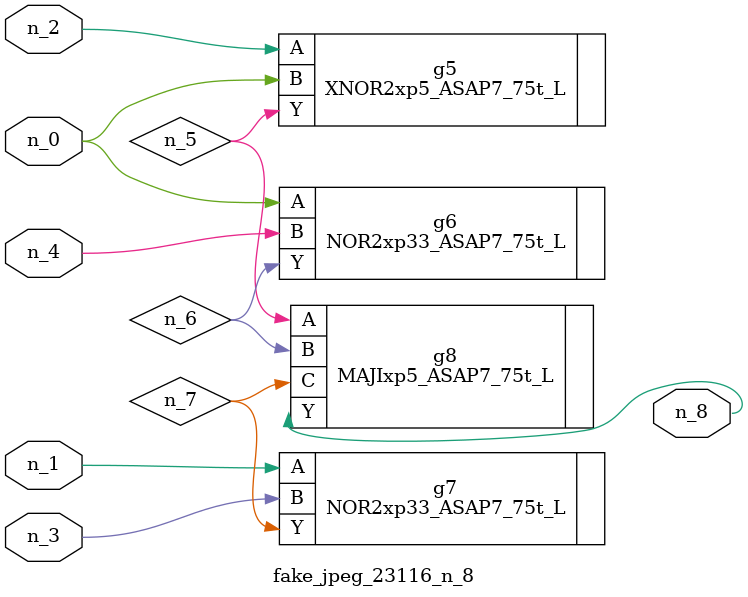
<source format=v>
module fake_jpeg_23116_n_8 (n_3, n_2, n_1, n_0, n_4, n_8);

input n_3;
input n_2;
input n_1;
input n_0;
input n_4;

output n_8;

wire n_6;
wire n_5;
wire n_7;

XNOR2xp5_ASAP7_75t_L g5 ( 
.A(n_2),
.B(n_0),
.Y(n_5)
);

NOR2xp33_ASAP7_75t_L g6 ( 
.A(n_0),
.B(n_4),
.Y(n_6)
);

NOR2xp33_ASAP7_75t_L g7 ( 
.A(n_1),
.B(n_3),
.Y(n_7)
);

MAJIxp5_ASAP7_75t_L g8 ( 
.A(n_5),
.B(n_6),
.C(n_7),
.Y(n_8)
);


endmodule
</source>
